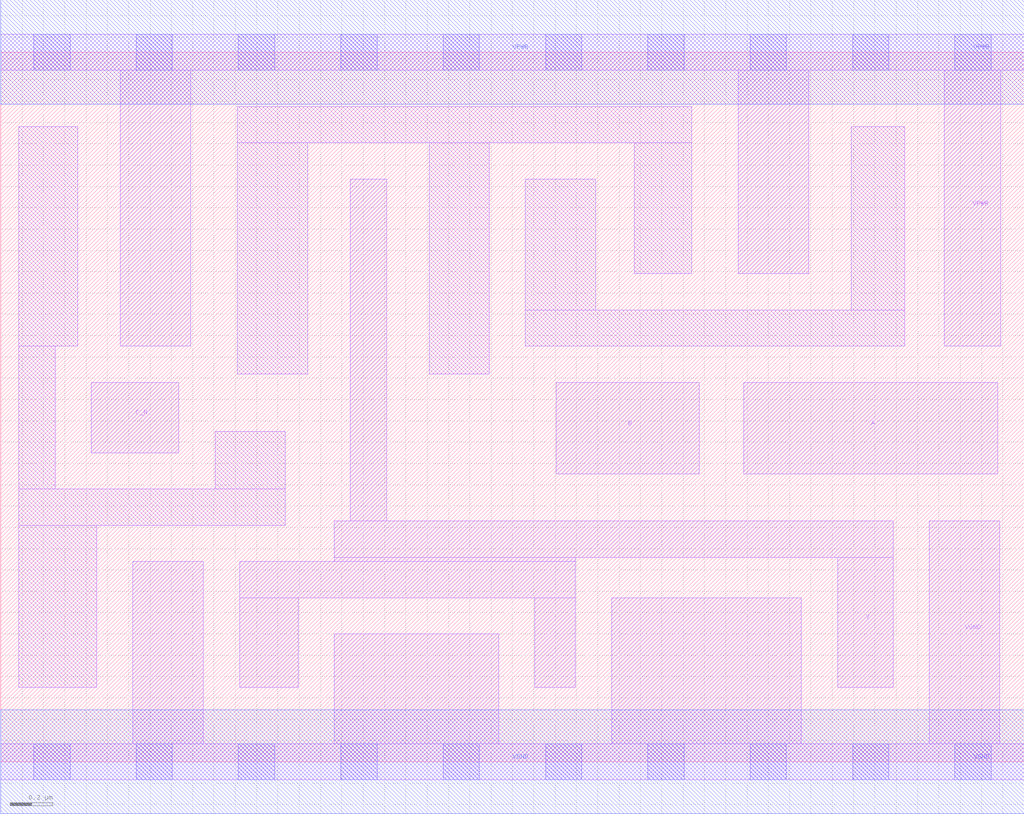
<source format=lef>
# Copyright 2020 The SkyWater PDK Authors
#
# Licensed under the Apache License, Version 2.0 (the "License");
# you may not use this file except in compliance with the License.
# You may obtain a copy of the License at
#
#     https://www.apache.org/licenses/LICENSE-2.0
#
# Unless required by applicable law or agreed to in writing, software
# distributed under the License is distributed on an "AS IS" BASIS,
# WITHOUT WARRANTIES OR CONDITIONS OF ANY KIND, either express or implied.
# See the License for the specific language governing permissions and
# limitations under the License.
#
# SPDX-License-Identifier: Apache-2.0

VERSION 5.7 ;
  NAMESCASESENSITIVE ON ;
  NOWIREEXTENSIONATPIN ON ;
  DIVIDERCHAR "/" ;
  BUSBITCHARS "[]" ;
UNITS
  DATABASE MICRONS 200 ;
END UNITS
MACRO sky130_fd_sc_ms__nor3b_2
  CLASS CORE ;
  SOURCE USER ;
  FOREIGN sky130_fd_sc_ms__nor3b_2 ;
  ORIGIN  0.000000  0.000000 ;
  SIZE  4.800000 BY  3.330000 ;
  SYMMETRY X Y ;
  SITE unit ;
  PIN A
    ANTENNAGATEAREA  0.625200 ;
    DIRECTION INPUT ;
    USE SIGNAL ;
    PORT
      LAYER li1 ;
        RECT 3.485000 1.350000 4.675000 1.780000 ;
    END
  END A
  PIN B
    ANTENNAGATEAREA  0.625200 ;
    DIRECTION INPUT ;
    USE SIGNAL ;
    PORT
      LAYER li1 ;
        RECT 2.605000 1.350000 3.275000 1.780000 ;
    END
  END B
  PIN C_N
    ANTENNAGATEAREA  0.276000 ;
    DIRECTION INPUT ;
    USE SIGNAL ;
    PORT
      LAYER li1 ;
        RECT 0.425000 1.450000 0.835000 1.780000 ;
    END
  END C_N
  PIN Y
    ANTENNADIFFAREA  0.972100 ;
    DIRECTION OUTPUT ;
    USE SIGNAL ;
    PORT
      LAYER li1 ;
        RECT 1.120000 0.350000 1.395000 0.770000 ;
        RECT 1.120000 0.770000 2.695000 0.940000 ;
        RECT 1.565000 0.940000 2.695000 0.960000 ;
        RECT 1.565000 0.960000 4.185000 1.130000 ;
        RECT 1.640000 1.130000 1.810000 2.735000 ;
        RECT 2.505000 0.350000 2.695000 0.770000 ;
        RECT 3.925000 0.350000 4.185000 0.960000 ;
    END
  END Y
  PIN VGND
    DIRECTION INOUT ;
    USE GROUND ;
    PORT
      LAYER li1 ;
        RECT 0.000000 -0.085000 4.800000 0.085000 ;
        RECT 0.620000  0.085000 0.950000 0.940000 ;
        RECT 1.565000  0.085000 2.335000 0.600000 ;
        RECT 2.865000  0.085000 3.755000 0.770000 ;
        RECT 4.355000  0.085000 4.685000 1.130000 ;
      LAYER mcon ;
        RECT 0.155000 -0.085000 0.325000 0.085000 ;
        RECT 0.635000 -0.085000 0.805000 0.085000 ;
        RECT 1.115000 -0.085000 1.285000 0.085000 ;
        RECT 1.595000 -0.085000 1.765000 0.085000 ;
        RECT 2.075000 -0.085000 2.245000 0.085000 ;
        RECT 2.555000 -0.085000 2.725000 0.085000 ;
        RECT 3.035000 -0.085000 3.205000 0.085000 ;
        RECT 3.515000 -0.085000 3.685000 0.085000 ;
        RECT 3.995000 -0.085000 4.165000 0.085000 ;
        RECT 4.475000 -0.085000 4.645000 0.085000 ;
      LAYER met1 ;
        RECT 0.000000 -0.245000 4.800000 0.245000 ;
    END
  END VGND
  PIN VPWR
    DIRECTION INOUT ;
    USE POWER ;
    PORT
      LAYER li1 ;
        RECT 0.000000 3.245000 4.800000 3.415000 ;
        RECT 0.560000 1.950000 0.890000 3.245000 ;
        RECT 3.460000 2.290000 3.790000 3.245000 ;
        RECT 4.425000 1.950000 4.690000 3.245000 ;
      LAYER mcon ;
        RECT 0.155000 3.245000 0.325000 3.415000 ;
        RECT 0.635000 3.245000 0.805000 3.415000 ;
        RECT 1.115000 3.245000 1.285000 3.415000 ;
        RECT 1.595000 3.245000 1.765000 3.415000 ;
        RECT 2.075000 3.245000 2.245000 3.415000 ;
        RECT 2.555000 3.245000 2.725000 3.415000 ;
        RECT 3.035000 3.245000 3.205000 3.415000 ;
        RECT 3.515000 3.245000 3.685000 3.415000 ;
        RECT 3.995000 3.245000 4.165000 3.415000 ;
        RECT 4.475000 3.245000 4.645000 3.415000 ;
      LAYER met1 ;
        RECT 0.000000 3.085000 4.800000 3.575000 ;
    END
  END VPWR
  OBS
    LAYER li1 ;
      RECT 0.085000 0.350000 0.450000 1.110000 ;
      RECT 0.085000 1.110000 1.335000 1.280000 ;
      RECT 0.085000 1.280000 0.255000 1.950000 ;
      RECT 0.085000 1.950000 0.360000 2.980000 ;
      RECT 1.005000 1.280000 1.335000 1.550000 ;
      RECT 1.110000 1.820000 1.440000 2.905000 ;
      RECT 1.110000 2.905000 3.240000 3.075000 ;
      RECT 2.010000 1.820000 2.290000 2.905000 ;
      RECT 2.460000 1.950000 4.240000 2.120000 ;
      RECT 2.460000 2.120000 2.790000 2.735000 ;
      RECT 2.970000 2.290000 3.240000 2.905000 ;
      RECT 3.990000 2.120000 4.240000 2.980000 ;
  END
END sky130_fd_sc_ms__nor3b_2

</source>
